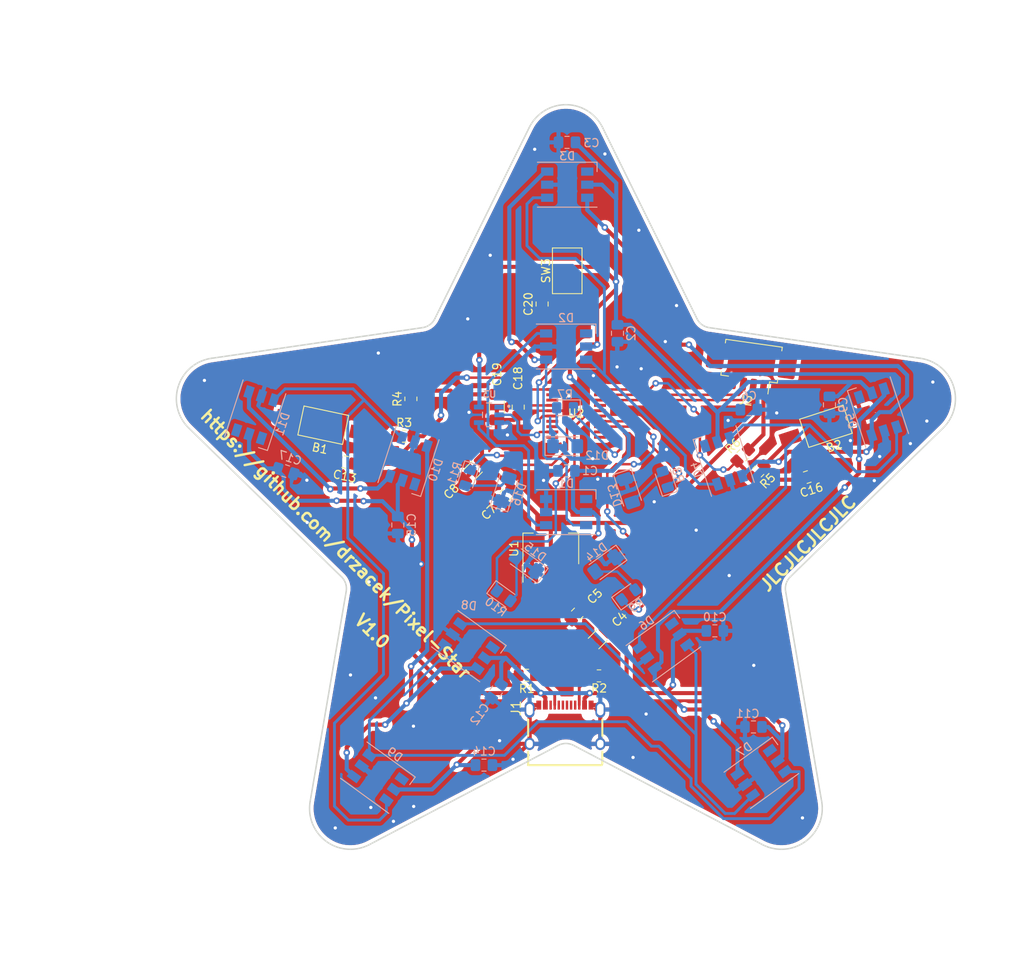
<source format=kicad_pcb>
(kicad_pcb (version 20211014) (generator pcbnew)
  (layers (0 "F.Cu" power) (31 "B.Cu" signal) (34 "B.Paste" user) (35 "F.Paste" user) (36 "B.SilkS" user "B.Silkscreen") (37 "F.SilkS" user "F.Silkscreen") (38 "B.Mask" user) (39 "F.Mask" user) (44 "Edge.Cuts" user))
  (net 0 "")
  (net 1 "+5V")
  (net 2 "SPI_MOSI")
  (net 3 "+3V3")
  (net 4 "GND")
  (net 5 "Net-(C20-Pad1)")
  (net 6 "Net-(D1-Pad3)")
  (net 8 "Net-(D2-Pad3)")
  (net 10 "Net-(D3-Pad3)")
  (net 14 "Net-(D4-Pad3)")
  (net 17 "Net-(D10-Pad6)")
  (net 19 "Net-(D10-Pad4)")
  (net 20 "Net-(D10-Pad3)")
  (net 22 "Net-(D5-Pad3)")
  (net 25 "Net-(D6-Pad3)")
  (net 26 "Net-(D7-Pad3)")
  (net 28 "Net-(D12-Pad2)")
  (net 29 "Net-(D13-Pad2)")
  (net 30 "Net-(D14-Pad2)")
  (net 32 "Net-(J1-Pad4)")
  (net 38 "Net-(J1-Pad10)")
  (net 39 "BLUE_LED1")
  (net 40 "BLUE_LED2")
  (net 41 "BLUE_LED3")
  (net 42 "BLUE_LED4")
  (net 43 "BLUE_LED5")
  (net 44 "BUTTON1")
  (net 45 "Net-(D15-Pad2)")
  (net 46 "Net-(D16-Pad2)")
  (net 47 "Net-(R3-Pad1)")
  (net 48 "SPI_CLK")
  (net 49 "Net-(R5-Pad1)")
  (net 50 "PWM_OUT")
  (net 52 "SWDIO")
  (net 53 "SWCLK")
  (net 54 "BUTTON2")
  (net 59 "SPI_MOSI_5V")
  (footprint "KicadFootprintLibPaths_Jacek:USB_C_Female" (layer "F.Cu") (at 137.8966 122.9651)
    (fp_text reference "J1")
    (fp_text value "USB_C_Female" hide)
  )
  (footprint "Package_TO_SOT_SMD:SOT-223-3_TabPin2" (layer "F.Cu") (at 136.1694 101.448 90)
    (fp_text reference "U1")
    (fp_text value "AMS1117-3.3")
  )
  (footprint "Resistor_SMD:R_0805_2012Metric_Pad1.20x1.40mm_HandSolder" (layer "F.Cu") (at 119.0498 83.1088 90)
    (fp_text reference "R4")
    (fp_text value "10k")
  )
  (footprint "Resistor_SMD:R_0805_2012Metric_Pad1.20x1.40mm_HandSolder" (layer "F.Cu") (at 133.239 116.9416 180)
    (fp_text reference "R1")
    (fp_text value "5.11k")
  )
  (footprint "Capacitor_SMD:C_1206_3216Metric_Pad1.33x1.80mm_HandSolder" (layer "F.Cu") (at 126.6444 91.9226 -135)
    (fp_text reference "C8")
    (fp_text value "10µF")
  )
  (footprint "Resistor_SMD:R_0805_2012Metric_Pad1.20x1.40mm_HandSolder" (layer "F.Cu") (at 161.548093 91.994707 -135)
    (fp_text reference "R5")
    (fp_text value "1k")
  )
  (footprint "pixel_star:K2-1107ST-A4DW-06" (layer "F.Cu") (at 169.8244 86.4616 -162)
    (fp_text reference "SW2")
    (fp_text value "SW_Push")
  )
  (footprint "Capacitor_SMD:C_0805_2012Metric_Pad1.18x1.45mm_HandSolder" (layer "F.Cu") (at 139.398177 109.420223 -135)
    (fp_text reference "C5")
    (fp_text value "100nF")
  )
  (footprint "Capacitor_SMD:C_0805_2012Metric_Pad1.18x1.45mm_HandSolder" (layer "F.Cu") (at 130.685977 94.866023 -135)
    (fp_text reference "C7")
    (fp_text value "100nF")
  )
  (footprint "Capacitor_SMD:C_1206_3216Metric_Pad1.33x1.80mm_HandSolder" (layer "F.Cu") (at 129.5654 84.1248 -90)
    (fp_text reference "C19")
    (fp_text value "4.7µF")
  )
  (footprint "Capacitor_SMD:C_1206_3216Metric_Pad1.33x1.80mm_HandSolder" (layer "F.Cu") (at 141.897146 112.560054 -135)
    (fp_text reference "C4")
    (fp_text value "10µF")
  )
  (footprint "pixel_star:K2-1107ST-A4DW-06" (layer "F.Cu") (at 108.331 86.3346 -12)
    (fp_text reference "SW1")
    (fp_text value "SW_Push")
  )
  (footprint "Connector_Molex:Molex_PicoBlade_53261-0471_1x04-1MP_P1.25mm_Horizontal" (layer "F.Cu") (at 160.658738 78.989178 172)
    (fp_text reference "J2")
    (fp_text value "Conn_01x04_Female")
  )
  (footprint "Resistor_SMD:R_0805_2012Metric_Pad1.20x1.40mm_HandSolder" (layer "F.Cu") (at 159.639 90.0176 45)
    (fp_text reference "R6")
    (fp_text value "10k")
  )
  (footprint "Capacitor_SMD:C_0805_2012Metric_Pad1.18x1.45mm_HandSolder" (layer "F.Cu") (at 132.1816 84.1248 -90)
    (fp_text reference "C18")
    (fp_text value "100nF")
  )
  (footprint "Capacitor_SMD:C_0805_2012Metric_Pad1.18x1.45mm_HandSolder" (layer "F.Cu") (at 110.999172 90.843292 -12)
    (fp_text reference "C13")
    (fp_text value "100nF")
  )
  (footprint "pixel_star:K2-1107ST-A4DW-06" (layer "F.Cu") (at 138.176 67.437 90)
    (fp_text reference "SW3")
    (fp_text value "SW_Push")
  )
  (footprint "Resistor_SMD:R_0805_2012Metric_Pad1.20x1.40mm_HandSolder" (layer "F.Cu") (at 118.2276 87.6808)
    (fp_text reference "R3")
    (fp_text value "1k")
  )
  (footprint "Resistor_SMD:R_0805_2012Metric_Pad1.20x1.40mm_HandSolder" (layer "F.Cu") (at 142.0622 117.0178 180)
    (fp_text reference "R2")
    (fp_text value "5.11k")
  )
  (footprint "Capacitor_SMD:C_0805_2012Metric_Pad1.18x1.45mm_HandSolder" (layer "F.Cu") (at 167.5384 92.6846 -162)
    (fp_text reference "C16")
    (fp_text value "100nF")
  )
  (footprint "pixel_star:STM32G030F6P6TR" (layer "F.Cu") (at 139.2682 84.8868)
    (fp_text reference "U2")
    (fp_text value "STM32G030F6P6TR")
  )
  (footprint "Capacitor_SMD:C_0805_2012Metric_Pad1.18x1.45mm_HandSolder" (layer "F.Cu") (at 135.1026 71.501 90)
    (fp_text reference "C20")
    (fp_text value "100nF")
  )
  (footprint "LED_SMD:LED_WS2812_PLCC6_5.0x5.0mm_P1.6mm" (layer "B.Cu") (at 157.318064 90.720697 -72)
    (fp_text reference "D4")
    (fp_text value "WS2813")
  )
  (footprint "LED_SMD:LED_1206_3216Metric_Pad1.42x1.75mm_HandSolder" (layer "B.Cu") (at 142.81574 103.382837 -144)
    (fp_text reference "D14")
    (fp_text value "BLUE_LED")
  )
  (footprint "pixel_star:SOT95P280X145-5N" (layer "B.Cu") (at 128.6167 85.0646 180)
    (fp_text reference "U3")
    (fp_text value "SN74LV1T34DBVR")
  )
  (footprint "Capacitor_SMD:C_0805_2012Metric_Pad1.18x1.45mm_HandSolder" (layer "B.Cu") (at 138.0783 91.9226)
    (fp_text reference "C1")
    (fp_text value "100nF")
  )
  (footprint "LED_SMD:LED_1206_3216Metric_Pad1.42x1.75mm_HandSolder" (layer "B.Cu") (at 133.178064 103.319189 144)
    (fp_text reference "D15")
    (fp_text value "BLUE_LED")
  )
  (footprint "LED_SMD:LED_0805_2012Metric_Pad1.15x1.40mm_HandSolder" (layer "B.Cu") (at 150.1648 92.964 108)
    (fp_text reference "R8")
    (fp_text value "R_Small")
  )
  (footprint "LED_SMD:LED_WS2812_PLCC6_5.0x5.0mm_P1.6mm" (layer "B.Cu") (at 118.759053 90.733746 72)
    (fp_text reference "D10")
    (fp_text value "WS2813")
  )
  (footprint "LED_SMD:LED_1206_3216Metric_Pad1.42x1.75mm_HandSolder" (layer "B.Cu") (at 137.922 88.901)
    (fp_text reference "D12")
    (fp_text value "BLUE_LED")
  )
  (footprint "Capacitor_SMD:C_0805_2012Metric_Pad1.18x1.45mm_HandSolder" (layer "B.Cu") (at 103.7375 91.948 162)
    (fp_text reference "C17")
    (fp_text value "100nF")
  )
  (footprint "LED_SMD:LED_WS2812_PLCC6_5.0x5.0mm_P1.6mm" (layer "B.Cu") (at 115.013385 129.477245 144)
    (fp_text reference "D9")
    (fp_text value "WS2813")
  )
  (footprint "Capacitor_SMD:C_0805_2012Metric_Pad1.18x1.45mm_HandSolder" (layer "B.Cu") (at 117.4496 98.552 90)
    (fp_text reference "C15")
    (fp_text value "100nF")
  )
  (footprint "LED_SMD:LED_WS2812_PLCC6_5.0x5.0mm_P1.6mm" (layer "B.Cu") (at 138.040672 96.974389 180)
    (fp_text reference "D1")
    (fp_text value "WS2813")
  )
  (footprint "LED_SMD:LED_WS2812_PLCC6_5.0x5.0mm_P1.6mm" (layer "B.Cu") (at 138.040672 76.708 180)
    (fp_text reference "D2")
    (fp_text value "WS2813")
  )
  (footprint "LED_SMD:LED_WS2812_PLCC6_5.0x5.0mm_P1.6mm" (layer "B.Cu") (at 126.141003 113.379399 144)
    (fp_text reference "D8")
    (fp_text value "WS2813")
  )
  (footprint "Capacitor_SMD:C_0805_2012Metric_Pad1.18x1.45mm_HandSolder" (layer "B.Cu") (at 127.9906 127.9398 180)
    (fp_text reference "C14")
    (fp_text value "100nF")
  )
  (footprint "LED_SMD:LED_WS2812_PLCC6_5.0x5.0mm_P1.6mm" (layer "B.Cu") (at 100.009184 85.105842 72)
    (fp_text reference "D11")
    (fp_text value "WS2813")
  )
  (footprint "Capacitor_SMD:C_0805_2012Metric_Pad1.18x1.45mm_HandSolder" (layer "B.Cu") (at 160.401 84.4296 180)
    (fp_text reference "C6")
    (fp_text value "100nF")
  )
  (footprint "Capacitor_SMD:C_0805_2012Metric_Pad1.18x1.45mm_HandSolder" (layer "B.Cu") (at 129.4892 118.8974 54)
    (fp_text reference "C12")
    (fp_text value "100nF")
  )
  (footprint "LED_SMD:LED_WS2812_PLCC6_5.0x5.0mm_P1.6mm" (layer "B.Cu") (at 176.195149 84.73854 -72)
    (fp_text reference "D5")
    (fp_text value "WS2813")
  )
  (footprint "LED_SMD:LED_1206_3216Metric_Pad1.42x1.75mm_HandSolder" (layer "B.Cu") (at 145.680282 94.360953 -72)
    (fp_text reference "D13")
    (fp_text value "BLUE_LED")
  )
  (footprint "LED_SMD:LED_0805_2012Metric_Pad1.15x1.40mm_HandSolder" (layer "B.Cu") (at 125.984 92.7608 -108)
    (fp_text reference "R11")
    (fp_text value "R_Small")
  )
  (footprint "Capacitor_SMD:C_0805_2012Metric_Pad1.18x1.45mm_HandSolder" (layer "B.Cu") (at 170.2562 83.8454 90)
    (fp_text reference "C9")
    (fp_text value "100nF")
  )
  (footprint "LED_SMD:LED_WS2812_PLCC6_5.0x5.0mm_P1.6mm" (layer "B.Cu") (at 161.926491 128.887049 -144)
    (fp_text reference "D7")
    (fp_text value "WS2813")
  )
  (footprint "LED_SMD:LED_0805_2012Metric_Pad1.15x1.40mm_HandSolder" (layer "B.Cu") (at 145.6944 107.0864 36)
    (fp_text reference "R9")
    (fp_text value "R_Small")
  )
  (footprint "Capacitor_SMD:C_0805_2012Metric_Pad1.18x1.45mm_HandSolder" (layer "B.Cu") (at 160.9598 123.2662)
    (fp_text reference "C11")
    (fp_text value "100nF")
  )
  (footprint "LED_SMD:LED_WS2812_PLCC6_5.0x5.0mm_P1.6mm" (layer "B.Cu") (at 138.176 56.896 180)
    (fp_text reference "D3")
    (fp_text value "WS2813")
  )
  (footprint "Capacitor_SMD:C_0805_2012Metric_Pad1.18x1.45mm_HandSolder" (layer "B.Cu") (at 144.3228 75.0824 90)
    (fp_text reference "C2")
    (fp_text value "100nF")
  )
  (footprint "LED_SMD:LED_1206_3216Metric_Pad1.42x1.75mm_HandSolder" (layer "B.Cu") (at 130.561947 94.230699 72)
    (fp_text reference "D16")
    (fp_text value "BLUE_LED")
  )
  (footprint "Capacitor_SMD:C_0805_2012Metric_Pad1.18x1.45mm_HandSolder" (layer "B.Cu") (at 138.1506 51.7144)
    (fp_text reference "C3")
    (fp_text value "100nF")
  )
  (footprint "LED_SMD:LED_WS2812_PLCC6_5.0x5.0mm_P1.6mm" (layer "B.Cu") (at 149.931816 113.38558 -144)
    (fp_text reference "D6")
    (fp_text value "WS2813")
  )
  (footprint "Capacitor_SMD:C_0805_2012Metric_Pad1.18x1.45mm_HandSolder" (layer "B.Cu") (at 156.2354 111.506 180)
    (fp_text reference "C10")
    (fp_text value "100nF")
  )
  (footprint "LED_SMD:LED_0805_2012Metric_Pad1.15x1.40mm_HandSolder" (layer "B.Cu") (at 130.4036 107.2388 -36)
    (fp_text reference "R10")
    (fp_text value "R_Small")
  )
  (footprint "LED_SMD:LED_0805_2012Metric_Pad1.15x1.40mm_HandSolder" (layer "B.Cu") (at 137.913 84.201 180)
    (fp_text reference "R7")
    (fp_text value "R_Small")
  )
  (gr_line (start 137.084535 125.520301) (end 113.978436 137.667896) (layer "Edge.Cuts") (width 0.18))
  (gr_line (start 164.893873 106.667995) (end 169.306745 132.397014) (layer "Edge.Cuts") (width 0.18))
  (gr_arc (start 164.893873 106.667995) (mid 164.962977 105.711871) (end 165.469066 104.897732) (layer "Edge.Cuts") (width 0.18))
  (gr_arc (start 113.978436 137.667896) (mid 108.712804 137.287324) (end 106.723689 132.397014) (layer "Edge.Cuts") (width 0.18))
  (gr_line (start 138.945899 125.520301) (end 162.051998 137.667896) (layer "Edge.Cuts") (width 0.18))
  (gr_arc (start 91.868141 86.676339) (mid 90.602917 81.550822) (end 94.639208 78.147872) (layer "Edge.Cuts") (width 0.18))
  (gr_arc (start 110.561368 104.897732) (mid 111.067457 105.711871) (end 111.136561 106.667995) (layer "Edge.Cuts") (width 0.18))
  (gr_line (start 111.136561 106.667995) (end 106.723689 132.397014) (layer "Edge.Cuts") (width 0.18))
  (gr_line (start 155.557822 74.394059) (end 181.391226 78.147872) (layer "Edge.Cuts") (width 0.18))
  (gr_line (start 154.051947 73.299976) (end 142.498897 49.890941) (layer "Edge.Cuts") (width 0.18))
  (gr_line (start 110.561368 104.897732) (end 91.868141 86.676339) (layer "Edge.Cuts") (width 0.18))
  (gr_arc (start 181.391226 78.147872) (mid 185.427517 81.550822) (end 184.162293 86.676339) (layer "Edge.Cuts") (width 0.18))
  (gr_arc (start 137.084535 125.520301) (mid 138.015217 125.290564) (end 138.945899 125.520301) (layer "Edge.Cuts") (width 0.18))
  (gr_line (start 120.472612 74.394059) (end 94.639208 78.147872) (layer "Edge.Cuts") (width 0.18))
  (gr_line (start 121.978487 73.299976) (end 133.531537 49.890941) (layer "Edge.Cuts") (width 0.18))
  (gr_arc (start 169.306745 132.397014) (mid 167.31763 137.287324) (end 162.051998 137.667896) (layer "Edge.Cuts") (width 0.18))
  (gr_arc (start 155.557822 74.394059) (mid 154.669848 74.032879) (end 154.051947 73.299976) (layer "Edge.Cuts") (width 0.18))
  (gr_line (start 165.469066 104.897732) (end 184.162293 86.676339) (layer "Edge.Cuts") (width 0.18))
  (gr_arc (start 121.978487 73.299976) (mid 121.360586 74.032879) (end 120.472612 74.394059) (layer "Edge.Cuts") (width 0.18))
  (gr_arc (start 133.531537 49.890941) (mid 138.015217 47.10377) (end 142.498897 49.890941) (layer "Edge.Cuts") (width 0.18))
  (gr_text "JLCJLCJLCJLC" (at 167.64 100.8126 45) (layer "F.SilkS") (effects (font (size 1.5 1.5) (thickness 0.3))))
  (gr_text "https://github.com/drzacek/Pixel-Star" (at 109.855 100.8888 -45) (layer "F.SilkS") (effects (font (size 1.5 1.5) (thickness 0.3))))
  (gr_text "V1.0" (at 114.3254 111.5822 -45) (layer "F.SilkS") (effects (font (size 1.5 1.5) (thickness 0.3))))
  (segment (start 140.2966 119.7486) (end 140.9192 119.126) (width 0.5) (layer "F.Cu") (net 1))
  (segment (start 113.2078 95.5802) (end 113.2586 95.631) (width 0.5) (layer "F.Cu") (net 1))
  (segment (start 141.8336 76.454) (end 141.8336 72.009) (width 0.5) (layer "F.Cu") (net 1))
  (segment (start 135.4966 120.5901) (end 135.4966 119.6724) (width 0.5) (layer "F.Cu") (net 1))
  (segment (start 150.241 119.126) (end 151.1046 118.2624) (width 0.5) (layer "F.Cu") (net 1))
  (segment (start 141.8336 72.009) (end 144.145 69.6976) (width 0.5) (layer "F.Cu") (net 1))
  (segment (start 144.145 69.6976) (end 144.145 68.7578) (width 0.5) (layer "F.Cu") (net 1))
  (segment (start 151.1046 118.2624) (end 151.1046 118.11) (width 0.5) (layer "F.Cu") (net 1))
  (segment (start 144.526 119.126) (end 148.6662 119.126) (width 0.5) (layer "F.Cu") (net 1))
  (segment (start 160.528 119.126) (end 164.4904 123.0884) (width 0.5) (layer "F.Cu") (net 1))
  (segment (start 138.5062 80.4418) (end 138.5062 78.4098) (width 0.5) (layer "F.Cu") (net 1))
  (segment (start 142.9004 111.4552) (end 140.1318 108.6866) (width 0.5) (layer "F.Cu") (net 1))
  (segment (start 133.4262 119.126) (end 133.6802 119.126) (width 0.5) (layer "F.Cu") (net 1))
  (segment (start 109.9566 95.5802) (end 113.2078 95.5802) (width 0.5) (layer "F.Cu") (net 1))
  (segment (start 127.4064 78.3336) (end 127.4318 78.359) (width 0.5) (layer "F.Cu") (net 1))
  (segment (start 133.6802 119.126) (end 134.9502 119.126) (width 0.5) (layer "F.Cu") (net 1))
  (segment (start 140.9192 119.126) (end 144.526 119.126) (width 0.5) (layer "F.Cu") (net 1))
  (segment (start 124.1044 119.126) (end 133.6802 119.126) (width 0.5) (layer "F.Cu") (net 1))
  (segment (start 140.2966 120.5901) (end 140.2966 119.7486) (width 0.5) (layer "F.Cu") (net 1))
  (segment (start 142.3416 66.9544) (end 130.0988 66.9544) (width 0.5) (layer "F.Cu") (net 1))
  (segment (start 119.1768 100.3554) (end 119.1768 114.1984) (width 0.5) (layer "F.Cu") (net 1))
  (segment (start 141.986 99.568) (end 138.4694 103.0846) (width 0.5) (layer "F.Cu") (net 1))
  (segment (start 135.4966 119.6724) (end 134.9502 119.126) (width 0.5) (layer "F.Cu") (net 1))
  (segment (start 150.241 119.126) (end 160.528 119.126) (width 0.5) (layer "F.Cu") (net 1))
  (segment (start 119.1768 114.1984) (end 124.1044 119.126) (width 0.5) (layer "F.Cu") (net 1))
  (segment (start 138.5062 78.4098) (end 140.462 76.454) (width 0.5) (layer "F.Cu") (net 1))
  (segment (start 145.4404 118.2116) (end 145.4404 113.8936) (width 0.5) (layer "F.Cu") (net 1))
  (segment (start 148.6662 119.126) (end 150.241 119.126) (width 0.5) (layer "F.Cu") (net 1))
  (segment (start 140.462 76.454) (end 141.8336 76.454) (width 0.5) (layer "F.Cu") (net 1))
  (segment (start 145.4404 113.8936) (end 143.002 111.4552) (width 0.5) (layer "F.Cu") (net 1))
  (segment (start 144.145 68.7578) (end 142.3416 66.9544) (width 0.5) (layer "F.Cu") (net 1))
  (segment (start 127.4064 69.6468) (end 127.4064 78.3336) (width 0.5) (layer "F.Cu") (net 1))
  (segment (start 138.4694 104.598) (end 138.4694 107.0242) (width 0.5) (layer "F.Cu") (net 1))
  (segment (start 144.526 119.126) (end 145.4404 118.2116) (width 0.5) (layer "F.Cu") (net 1))
  (segment (start 130.0988 66.9544) (end 127.4064 69.6468) (width 0.5) (layer "F.Cu") (net 1))
  (segment (start 143.002 111.4552) (end 142.9004 111.4552) (width 0.5) (layer "F.Cu") (net 1))
  (segment (start 138.4694 107.0242) (end 140.1318 108.6866) (width 0.5) (layer "F.Cu") (net 1))
  (segment (start 138.4694 104.598) (end 138.4694 103.0846) (width 0.5) (layer "F.Cu") (net 1))
  (segment (start 124.6632 127.889) (end 133.4262 119.126) (width 0.5) (layer "F.Cu") (net 1))
  (via (at 141.986 99.568) (size 0.8) (drill 0.4) (layers "F.Cu" "B.Cu") (net 1))
  (via (at 140.9192 119.126) (size 0.8) (drill 0.4) (layers "F.Cu" "B.Cu") (net 1))
  (via (at 164.4904 123.0884) (size 0.8) (drill 0.4) (layers "F.Cu" "B.Cu") (net 1))
  (via (at 144.145 68.7578) (size 0.8) (drill 0.4) (layers "F.Cu" "B.Cu") (net 1))
  (via (at 141.8336 76.454) (size 0.8) (drill 0.4) (layers "F.Cu" "B.Cu") (net 1))
  (via (at 127.4318 78.359) (size 0.8) (drill 0.4) (layers "F.Cu" "B.Cu") (net 1))
  (via (at 113.2586 95.631) (size 0.8) (drill 0.4) (layers "F.Cu" "B.Cu") (net 1))
  (via (at 138.5062 80.4418) (size 0.8) (drill 0.4) (layers "F.Cu" "B.Cu") (net 1))
  (via (at 151.1046 118.11) (size 0.8) (drill 0.4) (layers "F.Cu" "B.Cu") (net 1))
  (via (at 124.6632 127.889) (size 0.8) (drill 0.4) (layers "F.Cu" "B.Cu") (net 1))
  (via (at 109.9566 95.5802) (size 0.8) (drill 0.4) (layers "F.Cu" "B.Cu") (net 1))
  (via (at 119.1768 100.3554) (size 0.8) (drill 0.4) (layers "F.Cu" "B.Cu") (net 1))
  (via (at 134.9502 119.126) (size 0.8) (drill 0.4) (layers "F.Cu" "B.Cu") (net 1))
  (segment (start 159.3635 84.4296) (end 156.9212 84.4296) (width 0.5) (layer "B.Cu") (net 1))
  (segment (start 145.816044 74.0449) (end 156.560972 84.789828) (width 0.5) (layer "B.Cu") (net 1))
  (segment (start 155.1979 111.506) (end 152.353414 111.506) (width 0.5) (layer "B.Cu") (net 1))
  (segment (start 142.4178 56.896) (end 144.1704 58.6486) (width 0.5) (layer "B.Cu") (net 1))
  (segment (start 140.9192 119.126) (end 134.9502 119.126) (width 0.5) (layer "B.Cu") (net 1))
  (segment (start 117.4496 97.5145) (end 119.1768 99.2417) (width 0.5) (layer "B.Cu") (net 1))
  (segment (start 127.4318 84.0445) (end 127.3617 84.1146) (width 0.5) (layer "B.Cu") (net 1))
  (segment (start 161.9973 123.2662) (end 162.7632 123.2662) (width 0.5) (layer "B.Cu") (net 1))
  (segment (start 140.626 56.896) (end 142.4178 56.896) (width 0.5) (layer "B.Cu") (net 1))
  (segment (start 141.986 97.6376) (end 141.986 99.568) (width 0.5) (layer "B.Cu") (net 1))
  (segment (start 139.1158 91.9226) (end 143.7386 91.9226) (width 0.5) (layer "B.Cu") (net 1))
  (segment (start 141.5796 76.708) (end 141.8336 76.454) (width 0.5) (layer "B.Cu") (net 1))
  (segment (start 121.634881 130.917319) (end 124.6632 127.889) (width 0.5) (layer "B.Cu") (net 1))
  (segment (start 156.9212 84.4296) (end 156.8196 84.5312) (width 0.5) (layer "B.Cu") (net 1))
  (segment (start 117.4496 97.5145) (end 117.4496 93.616195) (width 0.5) (layer "B.Cu") (net 1))
  (segment (start 127.4318 78.359) (end 127.4318 84.0445) (width 0.5) (layer "B.Cu") (net 1))
  (segment (start 174.081005 81.0514) (end 172.9994 81.0514) (width 0.5) (layer "B.Cu") (net 1))
  (segment (start 139.390672 96.974389) (end 140.490672 96.974389) (width 0.5) (layer "B.Cu") (net 1))
  (segment (start 130.643673 114.819473) (end 128.123095 114.819473) (width 0.5) (layer "B.Cu") (net 1))
  (segment (start 115.5661 95.631) (end 117.4496 97.5145) (width 0.5) (layer "B.Cu") (net 1))
  (segment (start 172.9994 81.0514) (end 160.2994 81.0514) (width 0.5) (layer "B.Cu") (net 1))
  (segment (start 102.750779 91.872661) (end 103.4796 92.601482) (width 0.5) (layer "B.Cu") (net 1))
  (segment (start 138.8872 96.470917) (end 139.390672 96.974389) (width 0.5) (layer "B.Cu") (net 1))
  (segment (start 164.4904 124.9934) (end 164.4904 126.865158) (width 0.5) (layer "B.Cu") (net 1))
  (segment (start 99.252092 89.473092) (end 101.406395 91.627395) (width 0.5) (layer "B.Cu") (net 1))
  (segment (start 130.099027 115.364119) (end 130.643673 114.819473) (width 0.5) (layer "B.Cu") (net 1))
  (segment (start 139.1881 51.7144) (end 144.1704 56.6967) (width 0.5) (layer "B.Cu") (net 1))
  (segment (start 141.322789 96.974389) (end 141.986 97.6376) (width 0.5) (layer "B.Cu") (net 1))
  (segment (start 124.714 127.9398) (end 124.6632 127.889) (width 0.5) (layer "B.Cu") (net 1))
  (segment (start 151.1046 118.11) (end 151.1046 112.754814) (width 0.5) (layer "B.Cu") (net 1))
  (segment (start 164.4904 123.0884) (end 164.4904 124.9934) (width 0.5) (layer "B.Cu") (net 1))
  (segment (start 117.4496 93.616195) (end 118.001961 93.063834) (width 0.5) (layer "B.Cu") (net 1))
  (segment (start 144.145 68.7578) (end 144.145 73.8671) (width 0.5) (layer "B.Cu") (net 1))
  (segment (start 156.560972 84.789828) (end 156.560972 88.390609) (width 0.5) (layer "B.Cu") (net 1))
  (segment (start 143.7386 91.9226) (end 145.6944 89.9668) (width 0.5) (layer "B.Cu") (net 1))
  (segment (start 126.9531 127.9398) (end 124.714 127.9398) (width 0.5) (layer "B.Cu") (net 1))
  (segment (start 145.6944 87.63) (end 138.5062 80.4418) (width 0.5) (layer "B.Cu") (net 1))
  (segment (start 145.6944 89.9668) (end 145.6944 87.63) (width 0.5) (layer "B.Cu") (net 1))
  (segment (start 144.1704 56.6967) (end 144.1704 58.6486) (width 0.5) (layer "B.Cu") (net 1))
  (segment (start 130.099027 118.058045) (end 130.099027 115.364119) (width 0.5) (layer "B.Cu") (net 1))
  (segment (start 164.4904 126.865158) (end 163.908583 127.446975) (width 0.5) (layer "B.Cu") (net 1))
  (segment (start 113.2586 95.631) (end 115.5661 95.631) (width 0.5) (layer "B.Cu") (net 1))
  (segment (start 103.4796 92.601482) (end 103.4796 94.1832) (width 0.5) (layer "B.Cu") (net 1))
  (segment (start 116.995477 130.917319) (end 121.634881 130.917319) (width 0.5) (layer "B.Cu") (net 1))
  (segment (start 175.438057 82.408452) (end 174.081005 81.0514) (width 0.5) (layer "B.Cu") (net 1))
  (segment (start 140.490672 96.974389) (end 141.322789 96.974389) (width 0.5) (layer "B.Cu") (net 1))
  (segment (start 102.750779 91.627395) (end 102.750779 91.872661) (width 0.5) (layer "B.Cu") (net 1))
  (segment (start 170.2562 82.8079) (end 171.2429 82.8079) (width 0.5) (layer "B.Cu") (net 1))
  (segment (start 162.7632 123.2662) (end 164.4904 124.9934) (width 0.5) (layer "B.Cu") (net 1))
  (segment (start 152.353414 111.506) (end 151.913908 111.945506) (width 0.5) (layer "B.Cu") (net 1))
  (segment (start 104.8766 95.5802) (end 109.9566 95.5802) (width 0.5) (layer "B.Cu") (net 1))
  (segment (start 144.145 68.7578) (end 144.145 58.674) (width 0.5) (layer "B.Cu") (net 1))
  (segment (start 171.2429 82.8079) (end 172.9994 81.0514) (width 0.5) (layer "B.Cu") (net 1))
  (segment (start 101.406395 91.627395) (end 102.750779 91.627395) (width 0.5) (layer "B.Cu") (net 1))
  (segment (start 138.8872 92.1512) (end 138.8872 96.470917) (width 0.5) (layer "B.Cu") (net 1))
  (segment (start 156.8196 84.5312) (end 156.560972 84.789828) (width 0.5) (layer "B.Cu") (net 1))
  (segment (start 151.1046 112.754814) (end 151.913908 111.945506) (width 0.5) (layer "B.Cu") (net 1))
  (segment (start 119.1768 99.2417) (end 119.1768 100.3554) (width 0.5) (layer "B.Cu") (net 1))
  (segment (start 140.490672 76.708) (end 141.5796 76.708) (width 0.5) (layer "B.Cu") (net 1))
  (segment (start 144.145 73.8671) (end 144.3228 74.0449) (width 0.5) (layer "B.Cu") (net 1))
  (segment (start 134.9502 119.126) (end 130.643673 114.819473) (width 0.5) (layer "B.Cu") (net 1))
  (segment (start 144.145 58.674) (end 144.1704 58.6486) (width 0.5) (layer "B.Cu") (net 1))
  (segment (start 99.252092 87.43593) (end 99.252092 89.473092) (width 0.5) (layer "B.Cu") (net 1))
  (segment (start 160.2994 81.0514) (end 156.8196 84.5312) (width 0.5) (layer "B.Cu") (net 1))
  (segment (start 103.4796 94.1832) (end 104.8766 95.5802) (width 0.5) (layer "B.Cu") (net 1))
  (segment (start 144.3228 74.0449) (end 145.816044 74.0449) (width 0.5) (layer "B.Cu") (net 1))
  (segment (start 136.3472 87.161799) (end 134.834201 87.161799) (width 0.3) (layer "F.Cu") (net 2))
  (segment (start 134.834201 87.161799) (end 134.4676 87.5284) (width 0.3) (layer "F.Cu") (net 2))
  (via (at 134.4676 87.5284) (size 0.8) (drill 0.4) (layers "F.Cu" "B.Cu") (net 2))
  (segment (start 129.8717 85.0646) (end 131.2926 85.0646) (width 0.3) (layer "B.Cu") (net 2))
  (segment (start 132.1054 85.8774) (end 132.1054 87.0712) (width 0.3) (layer "B.Cu") (net 2))
  (segment (start 132.1054 87.0712) (end 132.5626 87.5284) (width 0.3) (layer "B.Cu") (net 2))
  (segment (start 131.2926 85.0646) (end 132.1054 85.8774) (width 0.3) (layer "B.Cu") (net 2))
  (segment (start 132.5626 87.5284) (end 134.4676 87.5284) (width 0.3) (layer "B.Cu") (net 2))
  (segment (start 127.749254 89.166654) (end 127.749254 90.817746) (width 0.5) (layer "F.Cu") (net 3))
  (segment (start 136.1694 98.298) (end 148.3868 98.298) (width 0.5) (layer "F.Cu") (net 3))
  (segment (start 133.006101 83.911801) (end 132.1816 83.0873) (width 0.5) (layer "F.Cu") (net 3))
  (segment (start 124.9934 83.7438) (end 124.9934 86.4108) (width 0.5) (layer "F.Cu") (net 3))
  (segment (start 148.3868 98.298) (end 162.181475 84.503325) (width 0.5) (layer "F.Cu") (net 3))
  (segment (start 162.181475 87.475125) (end 162.181475 84.503325) (width 0.5) (layer "F.Cu") (net 3))
  (segment (start 135.5852 98.298) (end 131.4196 94.1324) (width 0.5) (layer "F.Cu") (net 3))
  (segment (start 127.749254 90.817746) (end 128.104946 90.817746) (width 0.5) (layer "F.Cu") (net 3))
  (segment (start 123.9172 82.1088) (end 119.0498 82.1088) (width 0.5) (layer "F.Cu") (net 3))
  (segment (start 124.9934 86.4108) (end 127.749254 89.166654) (width 0.5) (layer "F.Cu") (net 3))
  (segment (start 160.346107 89.310493) (end 162.181475 87.475125) (width 0.5) (layer "F.Cu") (net 3))
  (segment (start 136.1694 104.598) (end 136.1694 98.298) (width 0.5) (layer "F.Cu") (net 3))
  (segment (start 131.6566 82.5623) (end 132.1816 83.0873) (width 0.5) (layer "F.Cu") (net 3))
  (segment (start 128.104946 90.817746) (end 131.4196 94.1324) (width 0.5) (layer "F.Cu") (net 3))
  (segment (start 124.9934 83.185) (end 123.9172 82.1088) (width 0.5) (layer "F.Cu") (net 3))
  (segment (start 129.5654 82.5623) (end 126.1749 82.5623) (width 0.5) (layer "F.Cu") (net 3))
  (segment (start 136.1694 98.298) (end 135.5852 98.298) (width 0.5) (layer "F.Cu") (net 3))
  (segment (start 124.9934 83.7438) (end 124.9934 83.185) (width 0.5) (layer "F.Cu") (net 3))
  (segment (start 129.5654 82.5623) (end 131.6566 82.5623) (width 0.5) (layer "F.Cu") (net 3))
  (segment (start 136.3472 83.911801) (end 133.006101 83.911801) (width 0.3) (layer "F.Cu") (net 3))
  (segment (start 162.181475 81.626771) (end 162.181475 84.503325) (width 0.5) (layer "F.Cu") (net 3))
  (segment (start 126.1749 82.5623) (end 124.9934 83.7438) (width 0.5) (layer "F.Cu") (net 3))
  (segment (start 132.1816 85.1623) (end 132.3047 85.1623) (width 0.5) (layer "F.Cu") (net 4))
  (segment (start 133.5716 125.3401) (end 133.5716 121.1401) (width 0.5) (layer "F.Cu") (net 4))
  (segment (start 144.5679 125.3401) (end 146.2278 127) (width 0.5) (layer "F.Cu") (net 4))
  (segment (start 131.6566 85.6873) (end 132.1816 85.1623) (width 0.5) (layer "F.Cu") (net 4))
  (segment (start 129.5654 85.6873) (end 131.6566 85.6873) (width 0.5) (layer "F.Cu") (net 4))
  (segment (start 136.525 94.3356) (end 135.2804 93.091) (width 0.5) (layer "F.Cu") (net 4))
  (segment (start 133.4351 125.3401) (end 131.5466 127.2286) (width 0.5) (layer "F.Cu") (net 4))
  (segment (start 106.3244 93.0656) (end 107.546328 93.0656) (width 0.5) (layer "F.Cu") (net 4))
  (segment (start 141.9098 92.9386) (end 141.9098 91.0336) (width 0.5) (layer "F.Cu") (net 4))
  (segment (start 141.9098 91.0336) (end 141.3002 90.424) (width 0.5) (layer "F.Cu") (net 4))
  (segment (start 114.1476 133.1214) (end 115.2144 133.1214) (width 0.5) (layer "F.Cu") (net 4))
  (segment (start 174.189749 85.043212) (end 174.189749 86.846051) (width 0.5) (layer "F.Cu") (net 4))
  (segment (start 143.2052 80.264) (end 144.272 79.1972) (width 0.5) (layer "F.Cu") (net 4))
  (segment (start 132.782101 84.561799) (end 132.1816 85.1623) (width 0.5) (layer "F.Cu") (net 4))
  (segment (start 142.2216 125.3401) (end 144.5679 125.3401) (width 0.5) (layer "F.Cu") (net 4))
  (segment (start 115.2144 133.1214) (end 116.9162 134.8232) (width 0.5) (layer "F.Cu") (net 4))
  (segment (start 176.403 92.456) (end 175.7426 93.1164) (width 0.5) (layer "F.Cu") (net 4))
  (segment (start 174.189749 85.043212) (end 181.385412 85.043212) (width 0.5) (layer "F.Cu") (net 4))
  (segment (start 136.3472 84.561799) (end 132.782101 84.561799) (width 0.3) (layer "F.Cu") (net 4))
  (segment (start 134.6966 120.5901) (end 134.1216 120.5901) (width 0.5) (layer "F.Cu") (net 4))
  (segment (start 141.3764 80.264) (end 143.2052 80.264) (width 0.5) (layer "F.Cu") (net 4))
  (segment (start 133.5716 125.3401) (end 133.4351 125.3401) (width 0.5) (layer "F.Cu") (net 4))
  (segment (start 174.189749 86.846051) (end 172.8216 88.2142) (width 0.5) (layer "F.Cu") (net 4))
  (segment (start 141.3002 90.424) (end 137.3886 94.3356) (width 0.5) (layer "F.Cu") (net 4))
  (segment (start 181.385412 85.043212) (end 182.1688 85.8266) (width 0.5) (layer "F.Cu") (net 4))
  (segment (start 137.3886 94.3356) (end 136.525 94.3356) (width 0.5) (layer "F.Cu") (net 4))
  (segment (start 176.403 90.17) (end 176.403 92.456) (width 0.5) (layer "F.Cu") (net 4))
  (segment (start 107.546328 93.0656) (end 109.984344 90.627584) (width 0.5) (layer "F.Cu") (net 4))
  (segment (start 134.1216 120.5901) (end 133.5716 121.1401) (width 0.5) (layer "F.Cu") (net 4))
  (segment (start 141.6716 120.5901) (end 142.2216 121.1401) (width 0.5) (layer "F.Cu") (net 4))
  (segment (start 141.0966 120.5901) (end 141.6716 120.5901) (width 0.5) (layer "F.Cu") (net 4))
  (via (at 131.5466 127.2286) (size 0.8) (drill 0.4) (layers "F.Cu" "B.Cu") (net 4))
  (via (at 148.8186 95.7072) (size 0.8) (drill 0.4) (layers "F.Cu" "B.Cu") (net 4))
  (via (at 142.786068 53.135531) (size 0.8) (drill 0.4) (layers "F.Cu" "B.Cu") (net 4))
  (via (at 119.391696 132.997103) (size 0.8) (drill 0.4) (layers "F.Cu" "B.Cu") (net 4))
  (via (at 134.195724 52.562841) (size 0.8) (drill 0.4) (layers "F.Cu" "B.Cu") (net 4))
  (via (at 146.938068 62.470372) (size 0.8) (drill 0.4) (layers "F.Cu" "B.Cu") (net 4))
  (via (at 157.861 85.7504) (size 0.8) (drill 0.4) (layers "F.Cu" "B.Cu") (net 4))
  (via (at 182.902978 81.054151) (size 0.8) (drill 0.4) (layers "F.Cu" "B.Cu") (net 4))
  (via (at 166.953572 134.400192) (size 0.8) (drill 0.4) (layers "F.Cu" "B.Cu") (net 4))
  (via (at 116.9162 134.8232) (size 0.8) (drill 0.4) (layers "F.Cu" "B.Cu") (net 4))
  (via (at 141.3764 80.264) (size 0.8) (drill 0.4) (layers "F.Cu" "B.Cu") (net 4))
  (via (at 129.900551 124.950813) (size 0.8) (drill 0.4) (layers "F.Cu" "B.Cu") (net 4))
  (via (at 144.272 79.1972) (size 0.8) (drill 0.4) (layers "F.Cu" "B.Cu") (net 4))
  (via (at 163.803779 84.833903) (size 0.8) (drill 0.4) (layers "F.Cu" "B.Cu") (net 4))
  (via (at 150.173765 76.100386) (size 0.8) (drill 0.4) (layers "F.Cu" "B.Cu") (net 4))
  (via (at 147.224413 79.421986) (size 0.8) (drill 0.4) (layers "F.Cu" "B.Cu") (net 4))
  (via (at 126.006262 73.322841) (size 0.8) (drill 0.4) (layers "F.Cu" "B.Cu") (net 4))
  (via (at 93.792469 80.85371) (size 0.8) (drill 0.4) (layers "F.Cu" "B.Cu") (net 4))
  (via (at 114.1476 133.1214) (size 0.8) (drill 0.4) (layers "F.Cu" "B.Cu") (net 4))
  (via (at 126.1618 84.7598) (size 0.8) (drill 0.4) (layers "F.Cu" "B.Cu") (net 4))
  (via (at 180.154068 88.58502) (size 0.8) (drill 0.4) (layers "F.Cu" "B.Cu") (net 4))
  (via (at 119.363062 123.175475) (size 0.8) (drill 0.4) (layers "F.Cu" "B.Cu") (net 4))
  (via (at 160.997599 115.73051) (size 0.8) (drill 0.4) (layers "F.Cu" "B.Cu") (net 4))
  (via (at 135.2804 93.091) (size 0.8) (drill 0.4) (layers "F.Cu" "B.Cu") (net 4))
  (via (at 106.3244 93.0656) (size 0.8) (drill 0.4) (layers "F.Cu" "B.Cu") (net 4))
  (via (at 146.2278 127) (size 0.8) (drill 0.4) (layers "F.Cu" "B.Cu") (net 4))
  (via (at 115.067889 77.503475) (size 0.8) (drill 0.4) (layers "F.Cu" "B.Cu") (net 4))
  (via (at 130.8608 87.5284) (size 0.8) (drill 0.4) (layers "F.Cu" "B.Cu") (net 4))
  (via (at 128.755172 65.534262) (size 0.8) (drill 0.4) (layers "F.Cu" "B.Cu") (net 4))
  (via (at 106.363006 98.234841) (size 0.8) (drill 0.4) (layers "F.Cu" "B.Cu") (net 4))
  (via (at 150.3172 89.3064) (size 0.8) (drill 0.4) (layers "F.Cu" "B.Cu") (net 4))
  (via (at 157.990979 104.734868) (size 0.8) (drill 0.4) (layers "F.Cu" "B.Cu") (net 4))
  (via (at 153.953517 99.179779) (size 0.8) (drill 0.4) (layers "F.Cu" "B.Cu") (net 4))
  (via (at 176.403 90.17) (size 0.8) (drill 0.4) (layers "F.Cu" "B.Cu") (net 4))
  (via (at 114.724275 119.710703) (size 0.8) (drill 0.4) (layers "F.Cu" "B.Cu") (net 4))
  (via (at 175.7426 93.1164) (size 0.8) (drill 0.4) (layers "F.Cu" "B.Cu") (net 4))
  (via (at 111.660386 116.904523) (size 0.8) (drill 0.4) (layers "F.Cu" "B.Cu") (net 4))
  (via (at 120.2944 103.3272) (size 0.8) (drill 0.4) (layers "F.Cu" "B.Cu") (net 4))
  (via (at 151.54822 71.690675) (size 0.8) (drill 0.4) (layers "F.Cu" "B.Cu") (net 4))
  (via (at 113.92251 105.507999) (size 0.8) (drill 0.4) (layers "F.Cu" "B.Cu") (net 4))
  (via (at 182.1688 85.8266) (size 0.8) (drill 0.4) (layers "F.Cu" "B.Cu") (net 4))
  (via (at 109.799144 135.631475) (size 0.8) (drill 0.4) (layers "F.Cu" "B.Cu") (net 4))
  (via (at 138.37645 82.763705) (size 0.8) (drill 0.4) (layers "F.Cu" "B.Cu") (net 4))
  (via (at 141.9098 92.9386) (size 0.8) (drill 0.4) (layers "F.Cu" "B.Cu") (net 4))
  (via (at 147.825737 121.686482) (size 0.8) (drill 0.4) (layers "F.Cu" "B.Cu") (net 4))
  (via (at 172.8216 88.2142) (size 0.8) (drill 0.4) (layers "F.Cu" "B.Cu") (net 4))
  (via (at 141.3002 90.424) (size 0.8) (drill 0.4) (layers "F.Cu" "B.Cu") (net 4))
  (segment (start 144.272 76.1707) (end 144.3228 76.1199) (width 0.5) (layer "B.Cu") (net 4))
  (segment (start 161.4385 84.4296) (end 161.163 84.4296) (width 0.5) (layer "B.Cu") (net 4))
  (segment (start 113.031293 128.037171) (end 114.026122 129.032) (width 0.5) (layer "B.Cu") (net 4))
  (segment (start 144.019153 102.508506) (end 147.224294 102.508506) (width 0.5) (layer "B.Cu") (net 4))
  (segment (start 140.335 80.1878) (end 140.4112 80.264) (width 0.5) (layer "B.Cu") (net 4))
  (segment (start 170.2562 86.9696) (end 170.2562 84.8829) (width 0.5) (layer "B.Cu") (net 4))
  (segment (start 147.224294 102.508506) (end 148.8186 100.9142) (width 0.5) (layer "B.Cu") (net 4))
  (segment (start 161.163 84.4296) (end 159.9184 85.6742) (width 0.5) (layer "B.Cu") (net 4))
  (segment (start 159.8422 85.7504) (end 157.861 85.7504) (width 0.5) (layer "B.Cu") (net 4))
  (segment (start 136.8552 76.708) (end 140.335 80.1878) (width 0.5) (layer "B.Cu") (net 4))
  (segment (start 117.4496 99.5895) (end 117.4496 100.4824) (width 0.5) (layer "B.Cu") (net 4))
  (segment (start 146.677344 92.946256) (end 150.3172 89.3064) (width 0.5) (layer "B.Cu") (net 4))
  (segment (start 171.5008 88.2142) (end 170.2562 86.9696) (width 0.5) (layer "B.Cu") (net 4))
  (segment (start 104.724221 92.268605) (end 105.527405 92.268605) (width 0.5) (layer "B.Cu") (net 4))
  (segment (start 176.952241 89.620759) (end 176.403 90.17) (width 0.5) (layer "B.Cu") (net 4))
  (segment (start 145.220619 92.946256) (end 141.917456 92.946256) (width 0.5) (layer "B.Cu") (net 4))
  (segment (start 114.1476 129.153478) (end 114.1476 133.1214) (width 0.5) (layer "B.Cu") (net 4))
  (segment (start 146.601144 92.946256) (end 146.677344 92.946256) (width 0.5) (layer "B.Cu") (net 4))
  (segment (start 117.4496 100.4824) (end 120.2944 103.3272) (width 0.5) (layer "B.Cu") (net 4))
  (segment (start 140.4112 80.264) (end 141.3764 80.264) (width 0.5) (layer "B.Cu") (net 4))
  (segment (start 145.220619 92.946256) (end 146.601144 92.946256) (width 0.5) (layer "B.Cu") (net 4))
  (segment (start 138.7094 90.424) (end 141.3002 90.424) (width 0.5) (layer "B.Cu") (net 4))
  (segment (start 141.917456 92.946256) (end 141.9098 92.9386) (width 0.5) (layer "B.Cu") (net 4))
  (segment (start 105.527405 92.268605) (end 106.3244 93.0656) (width 0.5) (layer "B.Cu") (net 4))
  (segment (start 159.9184 85.6742) (end 159.8422 85.7504) (width 0.5) (layer "B.Cu") (net 4))
  (segment (start 144.272 79.1972) (end 144.272 76.1707) (width 0.5) (layer "B.Cu") (net 4))
  (segment (start 137.1864 88.901) (end 138.7094 90.424) (width 0.5) (layer "B.Cu") (net 4))
  (segment (start 136.4345 88.901) (end 137.1864 88.901) (width 0.5) (layer "B.Cu") (net 4))
  (segment (start 148.8186 100.9142) (end 148.8186 95.7072) (width 0.5) (layer "B.Cu") (net 4))
  (segment (start 172.8216 88.2142) (end 171.5008 88.2142) (width 0.5) (layer "B.Cu") (net 4))
  (segment (start 176.952241 87.068628) (end 176.952241 89.620759) (width 0.5) (layer "B.Cu") (net 4))
  (segment (start 135.590672 76.708) (end 136.8552 76.708) (width 0.5) (layer "B.Cu") (net 4))
  (segment (start 114.026122 129.032) (end 114.1476 129.153478) (width 0.5) (layer "B.Cu") (net 4))
  (segment (start 135.1026 72.5385) (end 135.6141 72.027) (width 0.3) (layer "F.Cu") (net 5))
  (segment (start 138.176 77.6478) (end 138.176 72.027) (width 0.3) (layer "F.Cu") (net 5))
  (segment (start 135.184002 85.211798) (end 134.5692 85.8266) (width 0.3) (layer "F.Cu") (net 5))
  (segment (start 135.6141 72.027) (end 138.176 72.027) (width 0.3) (layer "F.Cu") (net 5))
  (segment (start 134.7216 81.1022) (end 138.176 77.6478) (width 0.3) (layer "F.Cu") (net 5))
  (segment (start 136.3472 85.211798) (end 135.184002 85.211798) (width 0.3) (layer "F.Cu") (net 5))
  (via (at 134.7216 81.1022) (size 0.8) (drill 0.4) (layers "F.Cu" "B.Cu") (net 5))
  (via (at 134.5692 85.8266) (size 0.8) (drill 0.4) (layers "F.Cu" "B.Cu") (net 5))
  (segment (start 134.5692 81.2546) (end 134.7216 81.1022) (width 0.3) (layer "B.Cu") (net 5))
  (segment (start 134.5692 85.8266) (end 134.5692 81.2546) (width 0.3) (layer "B.Cu") (net 5))
  (segment (start 131.3688 76.1492) (end 132.0038 76.1492) (width 0.5) (layer "F.Cu") (net 6))
  (segment (start 132.0038 76.1492) (end 134.1882 78.3336) (width 0.5) (layer "F.Cu") (net 6))
  (via (at 131.3688 76.1492) (size 0.8) (drill 0.4) (layers "F.Cu" "B.Cu") (net 6))
  (via (at 134.1882 78.3336) (size 0.8) (drill 0.4) (layers "F.Cu" "B.Cu") (net 6))
  (segment (start 135.2804 90.043) (end 135.2804 81.661) (width 0.3) (layer "B.Cu") (net 6))
  (segment (start 138.0998 97.7646) (end 138.0998 91.1606) (width 0.3) (layer "B.Cu") (net 6))
  (segment (start 131.0894 59.6826) (end 131.0894 75.8698) (width 0.5) (layer "B.Cu") (net 6))
  (segment (start 135.6868 90.4494) (end 135.2804 90.043) (width 0.3) (layer "B.Cu") (net 6))
  (segment (start 131.0894 75.8698) (end 131.3688 76.1492) (width 0.5) (layer "B.Cu") (net 6))
  (segment (start 135.590672 78.308) (end 134.2138 78.308) (width 0.3) (layer "B.Cu") (net 6))
  (segment (start 135.726 55.296) (end 135.476 55.296) (width 0.5) (layer "B.Cu") (net 6))
  (segment (start 134.2138 78.308) (end 134.1882 78.3336) (width 0.3) (layer "B.Cu") (net 6))
  (segment (start 140.490672 98.574389) (end 138.909589 98.574389) (width 0.3) (layer "B.Cu") (net 6))
  (segment (start 137.3886 90.4494) (end 135.6868 90.4494) (width 0.3) (layer "B.Cu") (net 6))
  (segment (start 135.590672 81.350728) (end 135.590672 78.308) (width 0.3) (layer "B.Cu") (net 6))
  (segment (start 135.2804 81.661) (end 135.590672 81.350728) (width 0.3) (layer "B.Cu") (net 6))
  (segment (start 138.909589 98.574389) (end 138.0998 97.7646) (width 0.3) (layer "B.Cu") (net 6))
  (segment (start 135.476 55.296) (end 131.0894 59.6826) (width 0.5) (layer "B.Cu") (net 6))
  (segment (start 138.0998 91.1606) (end 137.3886 90.4494) (width 0.3) (layer "B.Cu") (net 6))
  (segment (start 133.2484 64.3636) (end 134.7978 65.913) (width 0.35) (layer "B.Cu") (net 8))
  (segment (start 140.490672 78.308) (end 140.8682 78.308) (width 0.35) (layer "B.Cu") (net 8))
  (segment (start 142.7226 78.1812) (end 142.7226 80.1624) (width 0.35) (layer "B.Cu") (net 8))
  (segment (start 134.7978 65.913) (end 139.192 65.913) (width 0.35) (layer "B.Cu") (net 8))
  (segment (start 142.7226 78.1812) (end 142.7226 69.4436) (width 0.35) (layer "B.Cu") (net 8))
  (segment (start 156.553465 93.545213) (end 154.384187 93.545213) (width 0.35) (layer "B.Cu") (net 8))
  (segment (start 133.2484 59.2582) (end 133.2484 64.3636) (width 0.35) (layer "B.Cu") (net 8))
  (segment (start 152.6286 91.789626) (end 152.6286 90.0684) (width 0.35) (layer "B.Cu") (net 8))
  (segment (start 140.8682 78.308) (end 142.7226 80.1624) (width 0.35) (layer "B.Cu") (net 8))
  (segment (start 142.7226 69.4436) (end 139.192 65.913) (width 0.35) (layer "B.Cu") (net 8))
  (segment (start 135.726 58.496) (end 134.0106 58.496) (width 0.35) (layer "B.Cu") (net 8))
  (segment (start 134.0106 58.496) (end 133.2484 59.2582) (width 0.35) (layer "B.Cu") (net 8))
  (segment (start 154.384187 93.545213) (end 152.6286 91.789626) (width 0.35) (layer "B.Cu") (net 8))
  (segment (start 142.7226 80.1624) (end 152.6286 90.0684) (width 0.35) (layer "B.Cu") (net 8))
  (segment (start 149.0218 68.3768) (end 149.5552 68.9102) (width 0.5) (layer "F.Cu") (net 10))
  (segment (start 149.5552 73.8632) (end 152.1714 76.4794) (width 0.5) (layer "F.Cu") (net 10))
  (segment (start 149.5552 68.9102) (end 149.5552 73.8632) (width 0.5) (layer "F.Cu") (net 10))
  (segment (start 142.7734 62.1284) (end 149.0218 68.3768) (width 0.5) (layer "F.Cu") (net 10))
  (segment (start 152.1714 76.4794) (end 153.0604 76.4794) (width 0.5) (layer "F.Cu") (net 10))
  (segment (start 164.0332 90.805) (end 165.2524 89.5858) (width 0.5) (layer "F.Cu") (net 10))
  (segment (start 165.2524 89.5858) (end 174.7774 89.5858) (width 0.5) (layer "F.Cu") (net 10))
  (via (at 164.0332 90.805) (size 0.8) (drill 0.4) (layers "F.Cu" "B.Cu") (net 10))
  (via (at 153.0604 76.4794) (size 0.8) (drill 0.4) (layers "F.Cu" "B.Cu") (net 10))
  (via (at 174.7774 89.5858) (size 0.8) (drill 0.4) (layers "F.Cu" "B.Cu") (net 10))
  (via (at 142.7734 62.1284) (size 0.8) (drill 0.4) (layers "F.Cu" "B.Cu") (net 10))
  (segment (start 177.7238 84.7344) (end 176.403 84.7344) (width 0.5) (layer "B.Cu") (net 10))
  (segment (start 159.596846 92.556358) (end 161.348204 90.805) (width 0.5) (layer "B.Cu") (net 10))
  (segment (start 176.403 84.7344) (end 175.43055 85.70685) (width 0.5) (layer "B.Cu") (net 10))
  (segment (start 179.7558 80.2132) (end 179.7558 82.7024) (width 0.5) (layer "B.Cu") (net 10))
  (segment (start 153.0604 76.4794) (end 155.6766 79.0956) (width 0.5) (layer "B.Cu") (net 10))
  (segment (start 179.7558 82.7024) (end 177.7238 84.7344) (width 0.5) (layer "B.Cu") (net 10))
  (segment (start 175.43055 87.563056) (end 175.43055 88.93265) (width 0.5) (layer "B.Cu") (net 10))
  (segment (start 175.43055 88.93265) (end 174.7774 89.5858) (width 0.5) (layer "B.Cu") (net 10))
  (segment (start 178.6382 79.0956) (end 179.7558 80.2132) (width 0.5) (layer "B.Cu") (net 10))
  (segment (start 140.626 59.981) (end 142.7734 62.1284) (width 0.5) (layer "B.Cu") (net 10))
  (segment (start 161.348204 90.805) (end 164.0332 90.805) (width 0.5) (layer "B.Cu") (net 10))
  (segment (start 155.6766 79.0956) (end 178.6382 79.0956) (width 0.5) (layer "B.Cu") (net 10))
  (segment (start 140.626 58.496) (end 140.626 59.981) (width 0.5) (layer "B.Cu") (net 10))
  (segment (start 175.43055 85.70685) (end 175.43055 87.563056) (width 0.5) (layer "B.Cu") (net 10))
  (segment (start 164.8968 89.2302) (end 164.8968 93.98) (width 0.35) (layer "B.Cu") (net 14))
  (segment (start 147.009268 111.867532) (end 147.009268 113.531227) (width 0.35) (layer "B.Cu") (net 14))
  (segment (start 178.473931 86.574201) (end 178.473931 89.750069) (width 0.35) (layer "B.Cu") (net 14))
  (segment (start 173.5328 92.0242) (end 167.8178 86.3092) (width 0.35) (layer "B.Cu") (net 14))
  (segment (start 158.082663 87.896181) (end 159.669644 86.3092) (width 0.35) (layer "B.Cu") (net 14))
  (segment (start 167.8178 86.3092) (end 164.8968 89.2302) (width 0.35) (layer "B.Cu") (net 14))
  (segment (start 164.8968 93.98) (end 147.009268 111.867532) (width 0.35) (layer "B.Cu") (net 14))
  (segment (start 178.473931 89.750069) (end 176.1998 92.0242) (width 0.35) (layer "B.Cu") (net 14))
  (segment (start 159.669644 86.3092) (end 167.8178 86.3092) (width 0.35) (layer "B.Cu") (net 14))
  (segment (start 176.1998 92.0242) (end 173.5328 92.0242) (width 0.35) (layer "B.Cu") (net 14))
  (segment (start 119.0752 115.8494) (end 119.0752 119.8118) (width 0.5) (layer "F.Cu") (net 17))
  (segment (start 119.0752 119.8118) (end 118.5164 120.3706) (width 0.5) (layer "F.Cu") (net 17))
  (segment (start 115.9002 122.9868) (end 113.9698 122.9868) (width 0.5) (layer "F.Cu") (net 17))
  (segment (start 111.2012 125.7554) (end 111.2012 126.4158) (width 0.5) (layer "F.Cu") (net 17))
  (segment (start 113.9698 122.9868) (end 111.2012 125.7554) (width 0.5) (layer "F.Cu") (net 17))
  (via (at 115.9002 122.9868) (size 0.8) (drill 0.4) (layers "F.Cu" "B.Cu") (net 17))
  (via (at 118.5164 120.3706) (size 0.8) (drill 0.4) (layers "F.Cu" "B.Cu") (net 17))
  (via (at 119.0752 115.8494) (size 0.8) (drill 0.4) (layers "F.Cu" "B.Cu") (net 17))
  (via (at 111.2012 126.4158) (size 0.8) (drill 0.4) (layers "F.Cu" "B.Cu") (net 17))
  (segment (start 121.037835 113.886765) (end 119.0752 115.8494) (width 0.5) (layer "B.Cu") (net 17))
  (segment (start 127.182638 116.1139) (end 122.7731 116.1139) (width 0.5) (layer "B.Cu") (net 17))
  (segment (start 118.5164 120.3706) (end 115.9002 122.9868) (width 0.5) (layer "B.Cu") (net 17))
  (segment (start 111.2012 128.441961) (end 112.090837 129.331598) (width 0.5) (layer "B.Cu") (net 17))
  (segment (start 122.7731 116.1139) (end 118.5164 120.3706) (width 0.5) (layer "B.Cu") (net 17))
  (segment (start 121.037835 88.898085) (end 121.037835 113.886765) (width 0.5) (layer "B.Cu") (net 17))
  (segment (start 111.2012 126.4158) (end 111.2012 128.441961) (width 0.5) (layer "B.Cu") (net 17))
  (segment (start 115.2144 134.6708) (end 116.05502 133.83018) (width 0.35) (layer "B.Cu") (net 19))
  (segment (start 113.327912 83.242688) (end 111.3282 85.2424) (width 0.35) (layer "B.Cu") (net 19))
  (segment (start 111.3282 85.2424) (end 111.3282 100.1268) (width 0.35) (layer "B.Cu") (net 19))
  (segment (start 115.697 104.4956) (end 115.697 116.8146) (width 0.35) (layer "B.Cu") (net 19))
  (segment (start 111.4044 134.6708) (end 115.2144 134.6708) (width 0.35) (layer "B.Cu") (net 19))
  (segment (start 102.287966 83.270181) (end 103.668547 81.8896) (width 0.35) (layer "B.Cu") (net 19))
  (segment (start 116.05502 133.83018) (end 116.05502 132.211746) (width 0.35) (layer "B.Cu") (net 19))
  (segment (start 103.668547 81.8896) (end 111.974824 81.8896) (width 0.35) (layer "B.Cu") (net 19))
  (segment (start 109.7026 132.969) (end 111.4044 134.6708) (width 0.35) (layer "B.Cu") (net 19))
  (segment (start 111.974824 81.8896) (end 113.327912 83.242688) (width 0.35) (layer "B.Cu") (net 19))
  (segment (start 115.697 116.8146) (end 109.7026 122.809) (width 0.35) (layer "B.Cu") (net 19))
  (segment (start 113.327912 83.242688) (end 117.994454 87.90923) (width 0.35) (layer "B.Cu") (net 19))
  (segment (start 111.3282 100.1268) (end 115.697 104.4956) (width 0.35) (layer "B.Cu") (net 19))
  (segment (start 109.7026 122.809) (end 109.7026 132.969) (width 0.35) (layer "B.Cu") (net 19))
  (segment (start 109.2708 94.0816) (end 109.1946 94.1578) (width 0.3) (layer "F.Cu") (net 20))
  (segment (start 112.8776 94.0816) (end 109.2708 94.0816) (width 0.5) (layer "F.Cu") (net 20))
  (via (at 109.1946 94.1578) (size 0.8) (drill 0.4) (layers "F.Cu" "B.Cu") (net 20))
  (via (at 112.8776 94.0816) (size 0.8) (drill 0.4) (layers "F.Cu" "B.Cu") (net 20))
  (segment (start 99.244585 84.207785) (end 99.244585 82.281326) (width 0.5) (layer "B.Cu") (net 20))
  (segment (start 116.480271 92.569407) (end 114.968078 94.0816) (width 0.5) (layer "B.Cu") (net 20))
  (segment (start 114.968078 94.0816) (end 112.8776 94.0816) (width 0.5) (layer "B.Cu") (net 20))
  (segment (start 109.1946 94.1578) (end 99.244585 84.207785) (width 0.5) (layer "B.Cu") (net 20))
  (segment (start 152.4762 121.1326) (end 154.6352 121.1326) (width 0.5) (layer "F.Cu") (net 22))
  (segment (start 173.8884 92.202) (end 172.1358 93.9546) (width 0.5) (layer "F.Cu") (net 22))
  (segment (start 173.8884 90.4494) (end 173.8884 92.202) (width 0.5) (layer "F.Cu") (net 22))
  (segment (start 154.6352 121.1326) (end 156.083 122.5804) (width 0.5) (layer "F.Cu") (net 22))
  (via (at 152.4762 121.1326) (size 0.8) (drill 0.4) (layers "F.Cu" "B.Cu") (net 22))
  (via (at 173.8884 90.4494) (size 0.8) (drill 0.4) (layers "F.Cu" "B.Cu") (net 22))
  (via (at 172.1358 93.9546) (size 0.8) (drill 0.4) (layers "F.Cu" "B.Cu") (net 22))
  (via (at 156.083 122.5804) (size 0.8) (drill 0.4) (layers "F.Cu" "B.Cu") (net 22))
  (segment (start 148.890181 116.120081) (end 148.890181 117.546581) (width 0.5) (layer "B.Cu") (net 22))
  (segment (start 149.7076 114.2238) (end 149.7076 115.302662) (width 0.5) (layer "B.Cu") (net 22))
  (segment (start 148.890181 117.546581) (end 152.4762 121.1326) (width 0.5) (layer "B.Cu") (net 22))
  (segment (start 159.003943 125.501343) (end 159.003943 129.032696) (width 0.5) (layer "B.Cu") (net 22))
  (segment (start 149.7076 115.302662) (end 148.890181 116.120081) (width 0.5) (layer "B.Cu") (net 22))
  (segment (start 149.2758 110.7948) (end 149.2758 113.792) (width 0.5) (layer "B.Cu") (net 22))
  (segment (start 176.959748 82.702621) (end 173.8884 85.773969) (width 0.5) (layer "B.Cu") (net 22))
  (segment (start 156.083 122.5804) (end 159.003943 125.501343) (width 0.5) (layer "B.Cu") (net 22))
  (segment (start 150.876 109.1946) (end 149.2758 110.7948) (width 0.5) (layer "B.Cu") (net 22))
  (segment (start 149.2758 113.792) (end 149.7076 114.2238) (width 0.5) (layer "B.Cu") (net 22))
  (segment (start 173.8884 85.773969) (end 173.8884 90.4494) (width 0.5) (layer "B.Cu") (net 22))
  (segment (start 156.8958 109.1946) (end 150.876 109.1946) (width 0.5) (layer "B.Cu") (net 22))
  (segment (start 172.1358 93.9546) (end 156.8958 109.1946) (width 0.5) (layer "B.Cu") (net 22))
  (segment (start 176.959748 81.914024) (end 176.959748 82.702621) (width 0.5) (layer "B.Cu") (net 22))
  (segment (start 140.403074 110.644898) (end 125.099368 110.644898) (width 0.35) (layer "B.Cu") (net 25))
  (segment (start 157.5054 133.858) (end 153.925831 130.278431) (width 0.35) (layer "B.Cu") (net 25))
  (segment (start 158.648406 133.858) (end 157.5054 133.858) (width 0.35) (layer "B.Cu") (net 25))
  (segment (start 153.925831 114.3114) (end 152.854364 113.239933) (width 0.35) (layer "B.Cu") (net 25))
  (segment (start 153.925831 124.792031) (end 153.925831 124.167655) (width 0.35) (layer "B.Cu") (net 25))
  (segment (start 153.925831 130.278431) (end 153.925831 124.792031) (width 0.35) (layer "B.Cu") (net 25))
  (segment (start 160.884856 131.62155) (end 158.648406 133.858) (width 0.35) (layer "B.Cu") (net 25))
  (segment (start 153.925831 124.792031) (end 153.925831 114.3114) (width 0.35) (layer "B.Cu") (net 25))
  (segment (start 153.925831 124.167655) (end 140.403074 110.644898) (width 0.35) (layer "B.Cu") (net 25))
  (segment (start 153.326311 129.5864) (end 153.326311 130.526761) (width 0.35) (layer "B.Cu") (net 26))
  (segment (start 157.29255 134.493) (end 162.8648 134.493) (width 0.35) (layer "B.Cu") (net 26))
  (segment (start 113.97175 126.742744) (end 113.97175 122.480457) (width 0.35) (layer "B.Cu") (net 26))
  (segment (start 148.4884 125.6284) (end 149.368311 125.6284) (width 0.35) (layer "B.Cu") (net 26))
  (segment (start 134.62 122.6312) (end 145.4912 122.6312) (width 0.35) (layer "B.Cu") (net 26))
  (segment (start 164.849039 128.741402) (end 166.536602 128.741402) (width 0.35) (layer "B.Cu") (net 26))
  (segment (start 153.326311 130.526761) (end 157.29255 134.493) (width 0.35) (layer "B.Cu") (net 26))
  (segment (start 149.368311 125.6284) (end 153.326311 129.5864) (width 0.35) (layer "B.Cu") (net 26))
  (segment (start 162.8648 134.493) (end 166.536602 130.821198) (width 0.35) (layer "B.Cu") (net 26))
  (segment (start 113.97175 126.742744) (end 130.508456 126.742744) (width 0.35) (layer "B.Cu") (net 26))
  (segment (start 145.4912 122.6312) (end 148.4884 125.6284) (width 0.35) (layer "B.Cu") (net 26))
  (segment (start 130.508456 126.742744) (end 134.62 122.6312) (width 0.35) (layer "B.Cu") (net 26))
  (segment (start 166.536602 128.741402) (end 166.536602 130.821198) (width 0.35) (layer "B.Cu") (net 26))
  (segment (start 113.97175 122.480457) (end 123.218455 113.233752) (width 0.35) (layer "B.Cu") (net 26))
  (segment (start 136.888 86.3795) (end 139.4095 88.901) (width 0.3) (layer "B.Cu") (net 28))
  (segment (start 136.888 84.201) (end 136.888 86.3795) (width 0.3) (layer "B.Cu") (net 28))
  (segment (start 149.848058 91.989167) (end 146.139945 95.69728) (width 0.3) (layer "B.Cu") (net 29))
  (segment (start 146.139945 95.69728) (end 146.139945 95.77565) (width 0.3) (layer "B.Cu") (net 29))
  (segment (start 144.29689 104.257168) (end 146.523642 106.48392) (width 0.3) (layer "B.Cu") (net 30))
  (segment (start 141.612327 104.257168) (end 144.29689 104.257168) (width 0.3) (layer "B.Cu") (net 30))
  (segment (start 136.6466 120.5901) (end 136.6466 119.3492) (width 0.35) (layer "F.Cu") (net 32))
  (segment (start 136.6466 119.3492) (end 134.239 116.9416) (width 0.35) (layer "F.Cu") (net 32))
  (segment (start 139.6466 118.4334) (end 141.0622 117.0178) (width 0.35) (layer "F.Cu") (net 38))
  (segment (start 139.6466 120.5901) (end 139.6466 118.4334) (width 0.35) (layer "F.Cu") (net 38))
  (segment (start 142.1892 87.161802) (end 143.854602 87.161802) (width 0.3) (layer "F.Cu") (net 39))
  (segment (start 144.6784 87.9856) (end 144.6784 89.2556) (width 0.3) (layer "F.Cu") (net 39))
  (segment (start 144.6784 89.2556) (end 143.9926 89.9414) (width 0.3) (layer "F.Cu") (net 39))
  (segment (start 143.854602 87.161802) (end 144.6784 87.9856) (width 0.3) (layer "F.Cu") (net 39))
  (via (at 143.9926 89.9414) (size 0.8) (drill 0.4) (layers "F.Cu" "B.Cu") (net 39))
  (segment (start 138.938 84.8868) (end 138.938 84.201) (width 0.3) (layer "B.Cu") (net 39))
  (segment (start 143.9926 89.9414) (end 138.938 84.8868) (width 0.3) (layer "B.Cu") (net 39))
  (segment (start 146.125601 86.511801) (end 151.8412 92.2274) (width 0.3) (layer "F.Cu") (net 40))
  (segment (start 142.1892 86.511801) (end 146.125601 86.511801) (width 0.3) (layer "F.Cu") (net 40))
  (via (at 151.8412 92.2274) (size 0.8) (drill 0.4) (layers "F.Cu" "B.Cu") (net 40))
  (segment (start 151.8412 92.2274) (end 151.8412 92.579175) (width 0.3) (layer "B.Cu") (net 40))
  (segment (start 151.8412 92.579175) (end 150.481542 93.938833) (width 0.3) (layer "B.Cu") (net 40))
  (segment (start 148.082 107.7468) (end 146.939 108.8898) (width 0.3) (layer "F.Cu") (net 41))
  (segment (start 143.0782 92.202) (end 143.0782 96.901) (width 0.3) (layer "F.Cu") (net 41))
  (segment (start 145.0086 99.314) (end 148.082 102.3874) (width 0.3) (layer "F.Cu") (net 41))
  (segment (start 142.1892 85.861802) (end 146.821802 85.861802) (width 0.3) (layer "F.Cu") (net 41))
  (segment (start 148.082 102.3874) (end 148.082 107.7468) (width 0.3) (layer "F.Cu") (net 41))
  (segment (start 146.3294 91.1098) (end 144.1704 91.1098) (width 0.3) (layer "F.Cu") (net 41))
  (segment (start 146.821802 85.861802) (end 148.717 87.757) (width 0.3) (layer "F.Cu") (net 41))
  (segment (start 144.1704 91.1098) (end 143.0782 92.202) (width 0.3) (layer "F.Cu") (net 41))
  (via (at 146.3294 91.1098) (size 0.8) (drill 0.4) (layers "F.Cu" "B.Cu") (net 41))
  (via (at 145.0086 99.314) (size 0.8) (drill 0.4) (layers "F.Cu" "B.Cu") (net 41))
  (via (at 146.939 108.8898) (size 0.8) (drill 0.4) (layers "F.Cu" "B.Cu") (net 41))
  (via (at 143.0782 96.901) (size 0.8) (drill 0.4) (layers "F.Cu" "B.Cu") (net 41))
  (via (at 148.717 87.757) (size 0.8) (drill 0.4) (layers "F.Cu" "B.Cu") (net 41))
  (segment (start 147.066 91.1098) (end 146.3294 91.1098) (width 0.3) (layer "B.Cu") (net 41))
  (segment (start 143.0782 96.901) (end 143.0782 97.3836) (width 0.3) (layer "B.Cu") (net 41))
  (segment (start 148.717 89.4588) (end 147.066 91.1098) (width 0.3) (layer "B.Cu") (net 41))
  (segment (start 146.066078 108.8898) (end 144.865158 107.68888) (width 0.3) (layer "B.Cu") (net 41))
  (segment (start 143.0782 97.3836) (end 145.0086 99.314) (width 0.3) (layer "B.Cu") (net 41))
  (segment (start 148.717 87.757) (end 148.717 89.4588) (width 0.3) (layer "B.Cu") (net 41))
  (segment (start 146.939 108.8898) (end 146.066078 108.8898) (width 0.3) (layer "B.Cu") (net 41))
  (segment (start 140.365599 85.211801) (end 139.065 86.5124) (width 0.3) (layer "F.Cu") (net 42))
  (segment (start 139.065 86.5124) (end 139.065 89.662) (width 0.3) (layer "F.Cu") (net 42))
  (segment (start 139.065 91.186) (end 136.779 93.472) (width 0.3) (layer "F.Cu") (net 42))
  (segment (start 142.1892 85.211801) (end 140.365599 85.211801) (width 0.3) (layer "F.Cu") (net 42))
  (segment (start 139.065 89.662) (end 139.065 91.186) (width 0.3) (layer "F.Cu") (net 42))
  (via (at 136.779 93.472) (size 0.8) (drill 0.4) (layers "F.Cu" "B.Cu") (net 42))
  (segment (start 131.6228 100.5586) (end 129.574358 102.607042) (width 0.3) (layer "B.Cu") (net 42))
  (segment (start 136.779 99.5934) (end 135.8138 100.5586) (width 0.3) (layer "B.Cu") (net 42))
  (segment (start 136.779 93.472) (end 136.779 99.5934) (width 0.3) (layer "B.Cu") (net 42))
  (segment (start 135.8138 100.5586) (end 131.6228 100.5586) (width 0.3) (layer "B.Cu") (net 42))
  (segment (start 129.574358 102.607042) (end 129.574358 106.63632) (width 0.3) (layer "B.Cu") (net 42))
  (segment (start 138.1506 86.2584) (end 138.1506 89.3318) (width 0.3) (layer "F.Cu") (net 43))
  (segment (start 136.2964 91.186) (end 135.0772 91.186) (width 0.3) (layer "F.Cu") (net 43))
  (segment (start 138.1506 89.3318) (end 136.2964 91.186) (width 0.3) (layer "F.Cu") (net 43))
  (segment (start 142.1892 84.561802) (end 139.847198 84.561802) (width 0.3) (layer "F.Cu") (net 43))
  (segment (start 135.0772 91.186) (end 131.9022 91.186) (width 0.3) (layer "F.Cu") (net 43))
  (segment (start 139.847198 84.561802) (end 138.1506 86.2584) (width 0.3) (layer "F.Cu") (net 43))
  (segment (start 131.9022 91.186) (end 130.7846 90.0684) (width 0.3) (layer "F.Cu") (net 43))
  (segment (start 129.6416 90.0684) (end 129.5654 89.9922) (width 0.3) (layer "F.Cu") (net 43))
  (segment (start 130.7846 90.0684) (end 129.6416 90.0684) (width 0.3) (layer "F.Cu") (net 43))
  (via (at 129.5654 89.9922) (size 0.8) (drill 0.4) (layers "F.Cu" "B.Cu") (net 43))
  (segment (start 128.094509 89.9922) (end 126.300742 91.785967) (width 0.3) (layer "B.Cu") (net 43))
  (segment (start 129.5654 89.9922) (end 128.094509 89.9922) (width 0.3) (layer "B.Cu") (net 43))
  (segment (start 133.6762 81.9618) (end 136.3472 81.9618) (width 0.3) (layer "F.Cu") (net 44))
  (segment (start 119.2276 87.6808) (end 120.5484 87.6808) (width 0.5) (layer "F.Cu") (net 44))
  (segment (start 119.0498 84.1088) (end 119.0498 87.503) (width 0.5) (layer "F.Cu") (net 44))
  (segment (start 119.2276 88.519) (end 119.2276 87.6808) (width 0.5) (layer "F.Cu") (net 44))
  (segment (start 132.2324 80.518) (end 133.6762 81.9618) (width 0.3) (layer "F.Cu") (net 44))
  (segment (start 119.0498 87.503) (end 119.2276 87.6808) (width 0.5) (layer "F.Cu") (net 44))
  (segment (start 122.7328 85.4964) (end 122.7328 85.1154) (width 0.5) (layer "F.Cu") (net 44))
  (segment (start 116.6876 91.059) (end 119.2276 88.519) (width 0.5) (layer "F.Cu") (net 44))
  (segment (start 112.014 91.059) (end 116.6876 91.059) (width 0.5) (layer "F.Cu") (net 44))
  (segment (start 120.5484 87.6808) (end 122.7328 85.4964) (width 0.5) (layer "F.Cu") (net 44))
  (segment (start 125.8824 80.518) (end 132.2324 80.518) (width 0.3) (layer "F.Cu") (net 44))
  (via (at 122.7328 85.1154) (size 0.8) (drill 0.4) (layers "F.Cu" "B.Cu") (net 44))
  (via (at 125.8824 80.518) (size 0.8) (drill 0.4) (layers "F.Cu" "B.Cu") (net 44))
  (segment (start 122.7328 82.3976) (end 124.6124 80.518) (width 0.5) (layer "B.Cu") (net 44))
  (segment (start 124.6124 80.518) (end 125.8824 80.518) (width 0.5) (layer "B.Cu") (net 44))
  (segment (start 122.7328 85.1154) (end 122.7328 82.3976) (width 0.5) (layer "B.Cu") (net 44))
  (segment (start 131.974651 107.099471) (end 131.232842 107.84128) (width 0.3) (layer "B.Cu") (net 45))
  (segment (start 131.974651 102.444858) (end 131.974651 107.099471) (width 0.3) (layer "B.Cu") (net 45))
  (segment (start 125.667258 93.735633) (end 130.101979 93.735633) (width 0.3) (layer "B.Cu") (net 46))
  (segment (start 130.101979 93.735633) (end 131.02161 92.816002) (width 0.3) (layer "B.Cu") (net 46))
  (segment (start 113.212582 87.6808) (end 112.820697 87.288915) (width 0.5) (layer "F.Cu") (net 47))
  (segment (start 117.2276 87.6808) (end 113.212582 87.6808) (width 0.5) (layer "F.Cu") (net 47))
  (segment (start 165.459051 87.879988) (end 165.459051 88.083749) (width 0.5) (layer "F.Cu") (net 49))
  (segment (start 165.459051 88.083749) (end 162.2552 91.2876) (width 0.5) (layer "F.Cu") (net 49))
  (segment (start 159.714598 83.261802) (end 160.94364 82.03276) (width 0.3) (layer "F.Cu") (net 52))
  (segment (start 142.1892 83.261802) (end 159.714598 83.261802) (width 0.3) (layer "F.Cu") (net 52))
  (segment (start 160.94364 82.03276) (end 160.94364 81.452805) (width 0.3) (layer "F.Cu") (net 52))
  (segment (start 159.170799 82.611801) (end 142.1892 82.611801) (width 0.3) (layer "F.Cu") (net 53))
  (segment (start 159.705805 82.076795) (end 159.170799 82.611801) (width 0.3) (layer "F.Cu") (net 53))
  (segment (start 159.705805 81.278838) (end 159.705805 82.076795) (width 0.3) (layer "F.Cu") (net 53))
  (segment (start 142.1892 81.961802) (end 148.238398 81.961802) (width 0.3) (layer "F.Cu") (net 54))
  (segment (start 161.144377 93.005205) (end 160.840986 92.701814) (width 0.5) (layer "F.Cu") (net 54))
  (segment (start 166.551679 93.005205) (end 161.144377 93.005205) (width 0.5) (layer "F.Cu") (net 54))
  (segment (start 148.238398 81.961802) (end 148.9964 81.2038) (width 0.3) (layer "F.Cu") (net 54))
  (segment (start 154.408899 85.143099) (end 154.408899 90.009011) (width 0.3) (layer "F.Cu") (net 54))
  (segment (start 157.2768 91.7702) (end 157.8864 91.7702) (width 0.3) (layer "F.Cu") (net 54))
  (segment (start 153.6446 84.3788) (end 154.408899 85.143099) (width 0.3) (layer "F.Cu") (net 54))
  (segment (start 157.8864 91.7702) (end 158.931893 90.724707) (width 0.3) (layer "F.Cu") (net 54))
  (segment (start 158.931893 90.792721) (end 160.840986 92.701814) (width 0.5) (layer "F.Cu") (net 54))
  (segment (start 158.931893 90.724707) (end 158.931893 90.792721) (width 0.5) (layer "F.Cu") (net 54))
  (via (at 154.408899 90.009011) (size 0.8) (drill 0.4) (layers "F.Cu" "B.Cu") (net 54))
  (via (at 153.6446 84.3788) (size 0.8) (drill 0.4) (layers "F.Cu" "B.Cu") (net 54))
  (via (at 157.2768 91.7702) (size 0.8) (drill 0.4) (layers "F.Cu" "B.Cu") (net 54))
  (via (at 148.9964 81.2038) (size 0.8) (drill 0.4) (layers "F.Cu" "B.Cu") (net 54))
  (segment (start 154.408899 90.009011) (end 156.170088 91.7702) (width 0.3) (layer "B.Cu") (net 54))
  (segment (start 148.9964 81.2038) (end 150.4696 81.2038) (width 0.3) (layer "B.Cu") (net 54))
  (segment (start 150.4696 81.2038) (end 153.6446 84.3788) (width 0.3) (layer "B.Cu") (net 54))
  (segment (start 156.170088 91.7702) (end 157.2768 91.7702) (width 0.3) (layer "B.Cu") (net 54))
  (segment (start 133.4516 89.4588) (end 132.842 88.8492) (width 0.35) (layer "B.Cu") (net 59))
  (segment (start 135.590672 75.108) (end 134.490672 75.108) (width 0.35) (layer "B.Cu") (net 59))
  (segment (start 133.4516 97.535317) (end 133.4516 89.4588) (width 0.35) (layer "B.Cu") (net 59))
  (segment (start 128.4732 81.125472) (end 128.4732 87.8586) (width 0.35) (layer "B.Cu") (net 59))
  (segment (start 133.4516 97.535317) (end 134.490672 98.574389) (width 0.35) (layer "B.Cu") (net 59))
  (segment (start 127.3617 86.7471) (end 127.3617 86.0146) (width 0.35) (layer "B.Cu") (net 59))
  (segment (start 132.842 88.8492) (end 129.4638 88.8492) (width 0.35) (layer "B.Cu") (net 59))
  (segment (start 134.490672 75.108) (end 128.4732 81.125472) (width 0.35) (layer "B.Cu") (net 59))
  (segment (start 134.490672 98.574389) (end 135.590672 98.574389) (width 0.35) (layer "B.Cu") (net 59))
  (segment (start 128.4732 87.8586) (end 127.3617 86.7471) (width 0.35) (layer "B.Cu") (net 59))
  (segment (start 129.4638 88.8492) (end 128.4732 87.8586) (width 0.35) (layer "B.Cu") (net 59))
  (zone (net 4) (net_name "GND") (layers F&B.Cu) (connect_pads (clearance 0.508)) (min_thickness 0.254) (fill yes (thermal_gap 0.508) (thermal_bridge_width 0.508))
    (polygon (pts (xy 148.082 39.9288) (xy 193.6496 40.0812) (xy 194.056 40.0812) (xy 184.404 152.908) (xy 89.0016 149.0472) (xy 68.7832 70.2056) (xy 128.4732 34.29)))
  )
)
</source>
